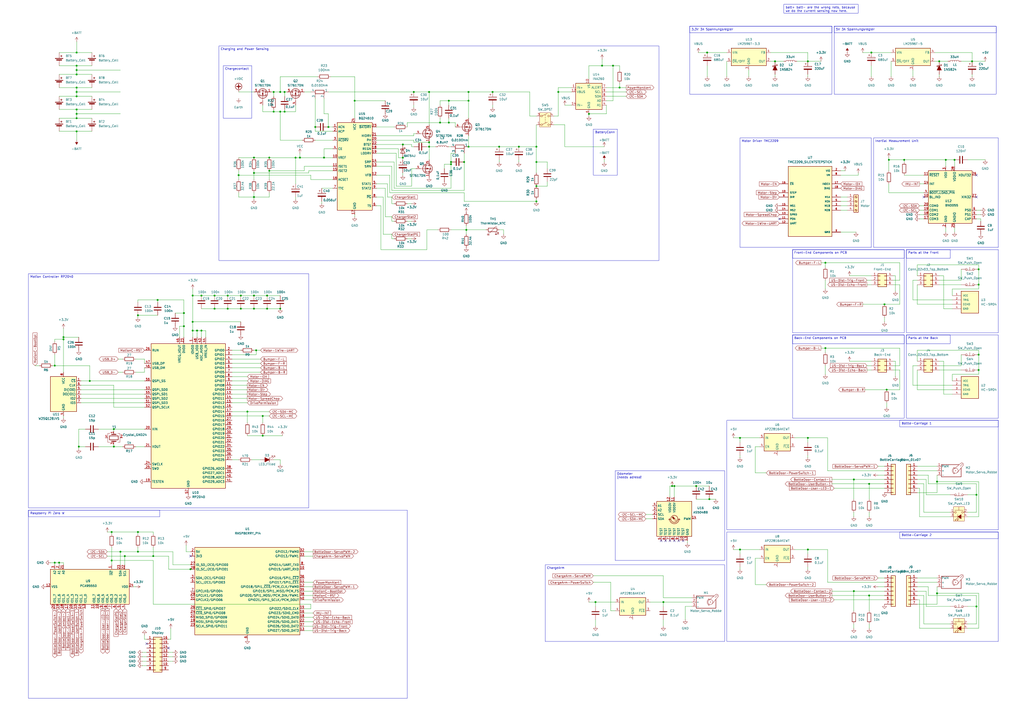
<source format=kicad_sch>
(kicad_sch
	(version 20231120)
	(generator "eeschema")
	(generator_version "8.0")
	(uuid "10e9ed1f-81fe-4a04-a219-cef72219a4ee")
	(paper "A2")
	
	(junction
		(at 429.26 318.77)
		(diameter 0)
		(color 0 0 0 0)
		(uuid "03268f60-248c-430f-9a48-def6cb6c976e")
	)
	(junction
		(at 148.59 203.2)
		(diameter 0)
		(color 0 0 0 0)
		(uuid "04234bed-4ba9-40ef-ac16-7d8ec800186b")
	)
	(junction
		(at 410.21 30.48)
		(diameter 0)
		(color 0 0 0 0)
		(uuid "06870aa4-4c9b-477d-9f05-4ca4de8f6a4d")
	)
	(junction
		(at 147.32 91.44)
		(diameter 0)
		(color 0 0 0 0)
		(uuid "078e93f4-ef9b-4a26-8fc8-7cb6440c9d83")
	)
	(junction
		(at 44.45 50.8)
		(diameter 0)
		(color 0 0 0 0)
		(uuid "083aae67-81c3-4ec2-bf4a-336ec22f72e9")
	)
	(junction
		(at 567.69 156.21)
		(diameter 0)
		(color 0 0 0 0)
		(uuid "0a9bdb1e-9b3a-41f4-835f-eeec191ae320")
	)
	(junction
		(at 205.74 58.42)
		(diameter 0)
		(color 0 0 0 0)
		(uuid "0fa84823-55a1-466b-9cc3-bd54f6acb385")
	)
	(junction
		(at 514.35 226.06)
		(diameter 0)
		(color 0 0 0 0)
		(uuid "1164d9f6-d69f-4765-bfe4-5ec41bb5ffc7")
	)
	(junction
		(at 270.51 133.35)
		(diameter 0)
		(color 0 0 0 0)
		(uuid "1591bc0a-595e-4743-a95b-031ef01c08e6")
	)
	(junction
		(at 248.92 53.34)
		(diameter 0)
		(color 0 0 0 0)
		(uuid "1679ec30-b595-4bc8-847c-00c67a55e84a")
	)
	(junction
		(at 411.48 289.56)
		(diameter 0)
		(color 0 0 0 0)
		(uuid "1b8fa2c7-fa8e-4998-809b-20561d475fbb")
	)
	(junction
		(at 389.89 281.94)
		(diameter 0)
		(color 0 0 0 0)
		(uuid "1d2d508c-e08b-4225-b0ac-1b0f49c14c3f")
	)
	(junction
		(at 36.83 195.58)
		(diameter 0)
		(color 0 0 0 0)
		(uuid "21be0d6d-08dd-4c6b-8dde-b3409b7daccd")
	)
	(junction
		(at 91.44 173.99)
		(diameter 0)
		(color 0 0 0 0)
		(uuid "22a4d2dd-f848-4193-8541-955420f6e17d")
	)
	(junction
		(at 44.45 68.58)
		(diameter 0)
		(color 0 0 0 0)
		(uuid "2421b6f1-9351-4b09-9d81-3293799c07ca")
	)
	(junction
		(at 543.56 279.4)
		(diameter 0)
		(color 0 0 0 0)
		(uuid "25fc08dd-dbcb-4986-8d99-a9d615e74609")
	)
	(junction
		(at 44.45 30.48)
		(diameter 0)
		(color 0 0 0 0)
		(uuid "265fbd34-c236-4afc-b472-ab5f7b1865f2")
	)
	(junction
		(at 64.77 325.12)
		(diameter 0)
		(color 0 0 0 0)
		(uuid "277e0764-7927-4216-849d-6bc3b8e09a44")
	)
	(junction
		(at 139.7 179.07)
		(diameter 0)
		(color 0 0 0 0)
		(uuid "29426718-41a1-4fab-a69c-de55200420f5")
	)
	(junction
		(at 44.45 43.18)
		(diameter 0)
		(color 0 0 0 0)
		(uuid "29b5096b-a417-4d8d-8959-38c8fd1009d5")
	)
	(junction
		(at 173.99 91.44)
		(diameter 0)
		(color 0 0 0 0)
		(uuid "2b369410-99bd-4582-9d81-3d76128a213a")
	)
	(junction
		(at 80.01 182.88)
		(diameter 0)
		(color 0 0 0 0)
		(uuid "2d0abeda-aac0-4388-a19d-3bc6f581aa05")
	)
	(junction
		(at 44.45 76.2)
		(diameter 0)
		(color 0 0 0 0)
		(uuid "2d1447b9-e1f8-416e-9e68-2f3a93be7887")
	)
	(junction
		(at 116.84 191.77)
		(diameter 0)
		(color 0 0 0 0)
		(uuid "2e7fad9a-09d7-4161-afc3-42855f89e07f")
	)
	(junction
		(at 187.96 91.44)
		(diameter 0)
		(color 0 0 0 0)
		(uuid "2fb5237e-5a20-44ce-8f36-963c438a2351")
	)
	(junction
		(at 147.32 179.07)
		(diameter 0)
		(color 0 0 0 0)
		(uuid "2fdf82e2-3891-4bd7-be3f-e7514a4bef5c")
	)
	(junction
		(at 311.15 85.09)
		(diameter 0)
		(color 0 0 0 0)
		(uuid "311f4d38-041f-4193-974d-1c83fbb67e88")
	)
	(junction
		(at 248.92 85.09)
		(diameter 0)
		(color 0 0 0 0)
		(uuid "35ac3a86-2b3b-4a03-adb1-0a5eb95a4bba")
	)
	(junction
		(at 124.46 179.07)
		(diameter 0)
		(color 0 0 0 0)
		(uuid "39a70374-4daf-4db7-bf38-bf4c46ca5dc6")
	)
	(junction
		(at 124.46 171.45)
		(diameter 0)
		(color 0 0 0 0)
		(uuid "3c018187-1d9c-4d03-8c02-29d04cab6f36")
	)
	(junction
		(at 88.9 322.58)
		(diameter 0)
		(color 0 0 0 0)
		(uuid "3ee83e4e-3370-4ed8-bcc6-114de62898d7")
	)
	(junction
		(at 349.25 38.1)
		(diameter 0)
		(color 0 0 0 0)
		(uuid "3eea0a00-3e9a-4c07-bf8c-cd1e7c4edf62")
	)
	(junction
		(at 147.32 100.33)
		(diameter 0)
		(color 0 0 0 0)
		(uuid "41cacee7-f5a4-4feb-90d3-5b89c79d1be2")
	)
	(junction
		(at 147.32 171.45)
		(diameter 0)
		(color 0 0 0 0)
		(uuid "451af065-1b1a-4969-88c6-18b12c3eaf4b")
	)
	(junction
		(at 513.08 176.53)
		(diameter 0)
		(color 0 0 0 0)
		(uuid "46e71d5b-0486-4156-82c5-6cd1b8ff00c5")
	)
	(junction
		(at 116.84 171.45)
		(diameter 0)
		(color 0 0 0 0)
		(uuid "470f61d3-5f15-44b3-9be8-d7ad98c6cb59")
	)
	(junction
		(at 355.6 38.1)
		(diameter 0)
		(color 0 0 0 0)
		(uuid "4a08adb7-ea48-4326-a6c2-0515fd040642")
	)
	(junction
		(at 311.15 107.95)
		(diameter 0)
		(color 0 0 0 0)
		(uuid "4c87b946-ba01-4b69-b1a9-9e7e6044b062")
	)
	(junction
		(at 31.75 212.09)
		(diameter 0)
		(color 0 0 0 0)
		(uuid "4f324c9b-e82a-4655-af45-70ad70b76b07")
	)
	(junction
		(at 165.1 64.77)
		(diameter 0)
		(color 0 0 0 0)
		(uuid "4f5c7b81-43d6-4512-a1ff-f2767706b81b")
	)
	(junction
		(at 80.01 308.61)
		(diameter 0)
		(color 0 0 0 0)
		(uuid "4fafc432-26d7-4c70-844e-cbe5d393e13c")
	)
	(junction
		(at 260.35 71.12)
		(diameter 0)
		(color 0 0 0 0)
		(uuid "51a07f6d-fef6-4ded-b7b5-940b5c2502f1")
	)
	(junction
		(at 563.88 35.56)
		(diameter 0)
		(color 0 0 0 0)
		(uuid "55e24700-a976-46b6-9a5e-322947c19269")
	)
	(junction
		(at 261.62 95.25)
		(diameter 0)
		(color 0 0 0 0)
		(uuid "5648a747-6913-4918-8ca5-acc9f5883311")
	)
	(junction
		(at 504.19 345.44)
		(diameter 0)
		(color 0 0 0 0)
		(uuid "57161dd7-66d7-4a82-9a79-eaa5c269842f")
	)
	(junction
		(at 248.92 82.55)
		(diameter 0)
		(color 0 0 0 0)
		(uuid "594a1fa7-7f41-4e93-aa45-4e1c30e0c436")
	)
	(junction
		(at 567.69 214.63)
		(diameter 0)
		(color 0 0 0 0)
		(uuid "594cf67e-7a44-4414-8f11-a3da63be89bc")
	)
	(junction
		(at 255.27 71.12)
		(diameter 0)
		(color 0 0 0 0)
		(uuid "5cb3f681-a5b8-4722-b634-c4ebdba652ce")
	)
	(junction
		(at 548.64 92.71)
		(diameter 0)
		(color 0 0 0 0)
		(uuid "5eef07a4-476c-4d20-ab85-4e2f6966be7d")
	)
	(junction
		(at 52.07 220.98)
		(diameter 0)
		(color 0 0 0 0)
		(uuid "61fd68eb-8bbb-4d83-9798-6e54ba31de17")
	)
	(junction
		(at 567.69 205.74)
		(diameter 0)
		(color 0 0 0 0)
		(uuid "6a3dc16e-cbd1-4799-aa60-2efd10351d35")
	)
	(junction
		(at 261.62 93.98)
		(diameter 0)
		(color 0 0 0 0)
		(uuid "6bda25a7-d433-4177-8a8c-e3ecc441d877")
	)
	(junction
		(at 111.76 191.77)
		(diameter 0)
		(color 0 0 0 0)
		(uuid "6d65149c-99e1-48b1-afd4-3fc0a4e61402")
	)
	(junction
		(at 311.15 93.98)
		(diameter 0)
		(color 0 0 0 0)
		(uuid "6ef56cb4-6ee0-4075-bb1b-a819c1239ddb")
	)
	(junction
		(at 44.45 66.04)
		(diameter 0)
		(color 0 0 0 0)
		(uuid "6f780dc5-431b-4107-8aa6-7a7b80f485db")
	)
	(junction
		(at 80.01 320.04)
		(diameter 0)
		(color 0 0 0 0)
		(uuid "7008afad-ebe6-4b0c-994b-1ffb34cb38c0")
	)
	(junction
		(at 495.3 278.13)
		(diameter 0)
		(color 0 0 0 0)
		(uuid "75888cbd-2c9c-44cc-a124-d721d5a43a54")
	)
	(junction
		(at 66.04 259.08)
		(diameter 0)
		(color 0 0 0 0)
		(uuid "75b73604-a04b-4e5e-8f2b-d7112a354c76")
	)
	(junction
		(at 152.4 252.73)
		(diameter 0)
		(color 0 0 0 0)
		(uuid "75ef01e9-385c-4ea7-9683-cb33dac2e24c")
	)
	(junction
		(at 156.21 99.06)
		(diameter 0)
		(color 0 0 0 0)
		(uuid "7a6f0ed7-48cc-489f-9f10-fea7b8900c2e")
	)
	(junction
		(at 44.45 40.64)
		(diameter 0)
		(color 0 0 0 0)
		(uuid "7b5e014f-6d02-49ab-956c-429ce09c3d2b")
	)
	(junction
		(at 566.42 351.79)
		(diameter 0)
		(color 0 0 0 0)
		(uuid "7cb410a2-cd21-4a99-a0fc-9cfba2c05cfa")
	)
	(junction
		(at 154.94 171.45)
		(diameter 0)
		(color 0 0 0 0)
		(uuid "7dc31fcc-7a3f-43f9-9177-cd22c32ac711")
	)
	(junction
		(at 543.56 344.17)
		(diameter 0)
		(color 0 0 0 0)
		(uuid "80f79bba-cc7f-4b8e-9517-8f247a51f6a4")
	)
	(junction
		(at 311.15 116.84)
		(diameter 0)
		(color 0 0 0 0)
		(uuid "821cd109-e758-4a14-9a36-4eccd116b2e8")
	)
	(junction
		(at 158.75 64.77)
		(diameter 0)
		(color 0 0 0 0)
		(uuid "82b92c49-401a-4913-858f-7e3f2f46ddcf")
	)
	(junction
		(at 111.76 186.69)
		(diameter 0)
		(color 0 0 0 0)
		(uuid "84d0a7d8-7dd4-4f12-bcc9-40014992f2ac")
	)
	(junction
		(at 504.19 280.67)
		(diameter 0)
		(color 0 0 0 0)
		(uuid "8521d5a2-40ba-4a5d-a5c4-2e6ef9471c28")
	)
	(junction
		(at 240.03 53.34)
		(diameter 0)
		(color 0 0 0 0)
		(uuid "85aefa31-e41f-4715-9986-793490d285ff")
	)
	(junction
		(at 44.45 53.34)
		(diameter 0)
		(color 0 0 0 0)
		(uuid "87f4a9f5-047d-4055-84ef-ce082379ddb6")
	)
	(junction
		(at 162.56 64.77)
		(diameter 0)
		(color 0 0 0 0)
		(uuid "882212e7-c879-43a9-94f4-d1d58d5f9db1")
	)
	(junction
		(at 478.79 201.93)
		(diameter 0)
		(color 0 0 0 0)
		(uuid "88a18d9a-46e4-498d-9d39-2906a2038335")
	)
	(junction
		(at 271.78 85.09)
		(diameter 0)
		(color 0 0 0 0)
		(uuid "8a7f6c4c-38fa-47ce-ae35-629d17876516")
	)
	(junction
		(at 111.76 171.45)
		(diameter 0)
		(color 0 0 0 0)
		(uuid "8c8781ed-ac6a-4428-9845-847cdc5f6708")
	)
	(junction
		(at 271.78 53.34)
		(diameter 0)
		(color 0 0 0 0)
		(uuid "8e4272b3-cc34-461e-ac6a-bc00f9b86312")
	)
	(junction
		(at 271.78 58.42)
		(diameter 0)
		(color 0 0 0 0)
		(uuid "8f6c5fa1-1431-4ada-bf5f-e2d89623533d")
	)
	(junction
		(at 132.08 179.07)
		(diameter 0)
		(color 0 0 0 0)
		(uuid "90d555f8-82ed-4e5b-9fde-9f2563ca9a84")
	)
	(junction
		(at 345.44 349.25)
		(diameter 0)
		(color 0 0 0 0)
		(uuid "9339e47f-85f5-408a-b36c-b27fd8430462")
	)
	(junction
		(at 190.5 73.66)
		(diameter 0)
		(color 0 0 0 0)
		(uuid "93f07516-6868-4305-aacb-0ba200e0c11d")
	)
	(junction
		(at 162.56 179.07)
		(diameter 0)
		(color 0 0 0 0)
		(uuid "9471eeb1-2a59-42c9-9805-be6e33dda6f7")
	)
	(junction
		(at 495.3 342.9)
		(diameter 0)
		(color 0 0 0 0)
		(uuid "95c38d03-b4bc-4d18-b7ec-e184e5f2b0d1")
	)
	(junction
		(at 158.75 53.34)
		(diameter 0)
		(color 0 0 0 0)
		(uuid "96aa31a1-4e10-459b-997d-dbaa4ad37b35")
	)
	(junction
		(at 515.62 92.71)
		(diameter 0)
		(color 0 0 0 0)
		(uuid "99315baa-d1fc-4dc4-bcfc-637bd899f1ef")
	)
	(junction
		(at 544.83 35.56)
		(diameter 0)
		(color 0 0 0 0)
		(uuid "99af6a2b-938f-4a05-a868-2edc7d4b2aed")
	)
	(junction
		(at 72.39 322.58)
		(diameter 0)
		(color 0 0 0 0)
		(uuid "9a382fe7-2567-41bd-b706-8a429acfe147")
	)
	(junction
		(at 154.94 179.07)
		(diameter 0)
		(color 0 0 0 0)
		(uuid "9c8a7697-ebc2-4d23-9b1c-948f5bccfdc2")
	)
	(junction
		(at 391.16 281.94)
		(diameter 0)
		(color 0 0 0 0)
		(uuid "9f75e55c-6b64-43ca-a3d6-8f8cc0d4d803")
	)
	(junction
		(at 44.45 55.88)
		(diameter 0)
		(color 0 0 0 0)
		(uuid "a042a7b2-81e2-4dbc-9fc4-79a7c6613bb5")
	)
	(junction
		(at 106.68 189.23)
		(diameter 0)
		(color 0 0 0 0)
		(uuid "a0da04da-7b55-4416-b220-aaaa0dffdfe3")
	)
	(junction
		(at 143.51 238.76)
		(diameter 0)
		(color 0 0 0 0)
		(uuid "a174328b-591f-4f4e-acd9-d1960c5a1d5e")
	)
	(junction
		(at 45.72 259.08)
		(diameter 0)
		(color 0 0 0 0)
		(uuid "a3540f26-1336-4e81-a8eb-434080559b46")
	)
	(junction
		(at 110.49 330.2)
		(diameter 0)
		(color 0 0 0 0)
		(uuid "a8b3ec47-a9a9-4ba1-b749-6c31898f83b9")
	)
	(junction
		(at 114.3 191.77)
		(diameter 0)
		(color 0 0 0 0)
		(uuid "a9ae8d97-5143-4d48-8437-3701e9202cc1")
	)
	(junction
		(at 171.45 91.44)
		(diameter 0)
		(color 0 0 0 0)
		(uuid "b5f21407-4b80-434f-ba8b-2953c30b04b1")
	)
	(junction
		(at 566.42 287.02)
		(diameter 0)
		(color 0 0 0 0)
		(uuid "b783d9c8-d090-495a-83a1-e580f2c25178")
	)
	(junction
		(at 468.63 318.77)
		(diameter 0)
		(color 0 0 0 0)
		(uuid "bbc22500-7889-4288-be0d-cfd80288ac5c")
	)
	(junction
		(at 384.81 349.25)
		(diameter 0)
		(color 0 0 0 0)
		(uuid "bc4e959e-e2ad-4122-b784-10f1fe12ed65")
	)
	(junction
		(at 147.32 114.3)
		(diameter 0)
		(color 0 0 0 0)
		(uuid "c0be65a4-b948-4986-9442-3575c41d013b")
	)
	(junction
		(at 64.77 308.61)
		(diameter 0)
		(color 0 0 0 0)
		(uuid "c5a02223-bddc-4462-98b4-b63f3acdf809")
	)
	(junction
		(at 449.58 35.56)
		(diameter 0)
		(color 0 0 0 0)
		(uuid "c799042d-ae88-43cc-a271-0df941a8f484")
	)
	(junction
		(at 269.24 93.98)
		(diameter 0)
		(color 0 0 0 0)
		(uuid "c7d05e29-29a0-49a9-a586-8d5da62223fe")
	)
	(junction
		(at 553.72 92.71)
		(diameter 0)
		(color 0 0 0 0)
		(uuid "c85e723b-7570-4cf5-84ad-b61532129048")
	)
	(junction
		(at 289.56 85.09)
		(diameter 0)
		(color 0 0 0 0)
		(uuid "c98230bc-9741-4d2b-b0c6-8db53ea0f657")
	)
	(junction
		(at 69.85 320.04)
		(diameter 0)
		(color 0 0 0 0)
		(uuid "c9829d1e-e068-4d7b-979c-0567ec83b092")
	)
	(junction
		(at 156.21 91.44)
		(diameter 0)
		(color 0 0 0 0)
		(uuid "c9b95984-e325-4229-95f0-72e6effc4e99")
	)
	(junction
		(at 300.99 85.09)
		(diameter 0)
		(color 0 0 0 0)
		(uuid "cb05a25a-166f-42f3-90e5-a4460cb0206d")
	)
	(junction
		(at 66.04 248.92)
		(diameter 0)
		(color 0 0 0 0)
		(uuid "cde65cd6-c066-46d8-a2f4-f11966f8d9bc")
	)
	(junction
		(at 233.68 83.82)
		(diameter 0)
		(color 0 0 0 0)
		(uuid "ce7a012a-b7ac-4733-9453-7513c5eadd71")
	)
	(junction
		(at 36.83 196.85)
		(diameter 0)
		(color 0 0 0 0)
		(uuid "cf515f11-e932-4ebb-a615-a2f4c79f2c55")
	)
	(junction
		(at 341.63 66.04)
		(diameter 0)
		(color 0 0 0 0)
		(uuid "d11ba81a-bdac-481a-9bd9-cd8d713f0ecf")
	)
	(junction
		(at 44.45 38.1)
		(diameter 0)
		(color 0 0 0 0)
		(uuid "d460fc4e-116b-461c-9aad-963e945b1fdb")
	)
	(junction
		(at 182.88 73.66)
		(diameter 0)
		(color 0 0 0 0)
		(uuid "d7218f09-481c-4dfb-8660-d32c7d548973")
	)
	(junction
		(at 31.75 326.39)
		(diameter 0)
		(color 0 0 0 0)
		(uuid "d7cc7e0e-4b77-4814-a0d4-6785824da040")
	)
	(junction
		(at 403.86 281.94)
		(diameter 0)
		(color 0 0 0 0)
		(uuid "db7b671f-52e1-4b28-8b64-2de38bc73d4f")
	)
	(junction
		(at 152.4 241.3)
		(diameter 0)
		(color 0 0 0 0)
		(uuid "dc242737-9d3c-4090-9829-a23ee9040928")
	)
	(junction
		(at 478.79 152.4)
		(diameter 0)
		(color 0 0 0 0)
		(uuid "dc30a080-afb7-48a1-9348-3fa78b8193e0")
	)
	(junction
		(at 139.7 171.45)
		(diameter 0)
		(color 0 0 0 0)
		(uuid "e1775e11-9fe6-4463-8146-18d8ced08735")
	)
	(junction
		(at 106.68 181.61)
		(diameter 0)
		(color 0 0 0 0)
		(uuid "e18add9c-c3d0-41a9-8ecf-c6c33a8a8953")
	)
	(junction
		(at 162.56 53.34)
		(diameter 0)
		(color 0 0 0 0)
		(uuid "e638f2a4-5e9e-4671-badd-88fbc55318f6")
	)
	(junction
		(at 429.26 254)
		(diameter 0)
		(color 0 0 0 0)
		(uuid "e643f0fc-a1a1-4012-a5b0-69948705cd8f")
	)
	(junction
		(at 165.1 53.34)
		(diameter 0)
		(color 0 0 0 0)
		(uuid "e996c373-c3aa-4ac5-9496-1773721cfd1c")
	)
	(junction
		(at 132.08 171.45)
		(diameter 0)
		(color 0 0 0 0)
		(uuid "ebd25529-48dc-4d3c-995a-0a53a2b21d6f")
	)
	(junction
		(at 285.75 53.34)
		(diameter 0)
		(color 0 0 0 0)
		(uuid "ed079d0b-fea7-481b-852a-0b16d86be289")
	)
	(junction
		(at 359.41 50.8)
		(diameter 0)
		(color 0 0 0 0)
		(uuid "ee21e3f5-e352-4a84-93cf-62e554bde62b")
	)
	(junction
		(at 260.35 58.42)
		(diameter 0)
		(color 0 0 0 0)
		(uuid "ee485631-1076-491b-ae9c-d926dec44c36")
	)
	(junction
		(at 323.85 53.34)
		(diameter 0)
		(color 0 0 0 0)
		(uuid "eec98f71-cafb-4731-a4ef-ebdea913f8f8")
	)
	(junction
		(at 468.63 254)
		(diameter 0)
		(color 0 0 0 0)
		(uuid "efd94e32-e0ba-4970-b1bf-8fd3aa6a1536")
	)
	(junction
		(at 524.51 92.71)
		(diameter 0)
		(color 0 0 0 0)
		(uuid "f1ea72bd-ddab-4c9c-bc3e-94b9ac135f23")
	)
	(junction
		(at 34.29 326.39)
		(diameter 0)
		(color 0 0 0 0)
		(uuid "f2ce2bf7-3045-45bb-b7fc-f2ad386e880f")
	)
	(junction
		(at 138.43 101.6)
		(diameter 0)
		(color 0 0 0 0)
		(uuid "f7c9a31e-a985-4a15-ba63-951e53625b76")
	)
	(junction
		(at 233.68 91.44)
		(diameter 0)
		(color 0 0 0 0)
		(uuid "f7fb99b1-7b2a-472f-90af-0ba450949010")
	)
	(junction
		(at 567.69 165.1)
		(diameter 0)
		(color 0 0 0 0)
		(uuid "f809335f-7b79-4149-8b15-3c5482826fa5")
	)
	(junction
		(at 505.46 30.48)
		(diameter 0)
		(color 0 0 0 0)
		(uuid "f91e5096-4f67-48ae-a66f-f4215968b35a")
	)
	(junction
		(at 44.45 63.5)
		(diameter 0)
		(color 0 0 0 0)
		(uuid "fe282bc1-f285-4dcb-aaf1-eb1ddb5ceb2f")
	)
	(junction
		(at 468.63 35.56)
		(diameter 0)
		(color 0 0 0 0)
		(uuid "fedb9ee5-9f24-4d12-a2db-5fd24ffa6199")
	)
	(no_connect
		(at 452.12 127)
		(uuid "0260e9ab-8e3e-4bc2-9dbe-5591cc0b01ef")
	)
	(no_connect
		(at 393.7 313.69)
		(uuid "0aa3e324-e029-4e75-a35d-32bbcc9a147b")
	)
	(no_connect
		(at 535.94 114.3)
		(uuid "0dbbdef1-cd64-4ae0-a69d-69f0c468be48")
	)
	(no_connect
		(at 566.42 101.6)
		(uuid "384be073-ba93-4b1b-904d-552e784c8b00")
	)
	(no_connect
		(at 110.49 322.58)
		(uuid "47a92e0d-52a0-4f2c-8d09-ee9bd39c40b1")
	)
	(no_connect
		(at 97.79 375.92)
		(uuid "4b40c3af-bf17-4bab-9bb5-2510a50a4ec9")
	)
	(no_connect
		(at 396.24 313.69)
		(uuid "5a46784a-dd16-4e27-8b4d-1d363770a20f")
	)
	(no_connect
		(at 391.16 313.69)
		(uuid "76f314ef-0d7b-44b6-aab5-f5f230adbd7e")
	)
	(no_connect
		(at 85.09 373.38)
		(uuid "7bd2e65b-56d9-420c-a018-2a5d5a02554e")
	)
	(no_connect
		(at 386.08 313.69)
		(uuid "a9eb4a0c-15fe-49cf-b559-eed295bbc624")
	)
	(no_connect
		(at 388.62 313.69)
		(uuid "c3df7663-15a5-4e50-b4fd-21a303b85af3")
	)
	(no_connect
		(at 383.54 313.69)
		(uuid "c7b5a869-6317-49bc-8d06-4f3c522bd3e5")
	)
	(no_connect
		(at 566.42 114.3)
		(uuid "dbf644f0-5284-44a5-8de9-ca76d961beec")
	)
	(wire
		(pts
			(xy 66.04 259.08) (xy 66.04 257.81)
		)
		(stroke
			(width 0)
			(type default)
		)
		(uuid "001dffd7-7641-4fd9-a9d3-c65c327bb6e0")
	)
	(wire
		(pts
			(xy 567.69 203.2) (xy 532.13 203.2)
		)
		(stroke
			(width 0)
			(type default)
		)
		(uuid "010455f5-cb6a-4251-87f5-60e736b25ecb")
	)
	(wire
		(pts
			(xy 248.92 85.09) (xy 252.73 85.09)
		)
		(stroke
			(width 0)
			(type default)
		)
		(uuid "01544584-5bf4-4092-b24e-068aaa0fc62f")
	)
	(wire
		(pts
			(xy 62.23 320.04) (xy 69.85 320.04)
		)
		(stroke
			(width 0)
			(type default)
		)
		(uuid "020e7bd2-975d-483f-8535-d66b8332c03a")
	)
	(wire
		(pts
			(xy 181.61 322.58) (xy 176.53 322.58)
		)
		(stroke
			(width 0)
			(type default)
		)
		(uuid "021dd310-9842-412f-b9a6-439ebfee9b07")
	)
	(wire
		(pts
			(xy 521.97 214.63) (xy 518.16 214.63)
		)
		(stroke
			(width 0)
			(type default)
		)
		(uuid "02694717-9285-40e8-852d-4a4b6d6acde5")
	)
	(wire
		(pts
			(xy 500.38 176.53) (xy 513.08 176.53)
		)
		(stroke
			(width 0)
			(type default)
		)
		(uuid "026df141-edee-4563-b366-9389b7745b89")
	)
	(wire
		(pts
			(xy 491.49 116.84) (xy 487.68 116.84)
		)
		(stroke
			(width 0)
			(type default)
		)
		(uuid "02b7188a-3b50-4bb1-b815-4dd64aeb1ff5")
	)
	(wire
		(pts
			(xy 504.19 354.33) (xy 504.19 345.44)
		)
		(stroke
			(width 0)
			(type default)
		)
		(uuid "02db2914-8822-456d-9c6f-fd12122a370b")
	)
	(wire
		(pts
			(xy 91.44 173.99) (xy 106.68 173.99)
		)
		(stroke
			(width 0)
			(type default)
		)
		(uuid "030cf6e0-7220-478f-8ce6-506488ec880c")
	)
	(wire
		(pts
			(xy 176.53 99.06) (xy 176.53 96.52)
		)
		(stroke
			(width 0)
			(type default)
		)
		(uuid "03467e4e-cdde-4172-a246-476cc9bb7d30")
	)
	(wire
		(pts
			(xy 478.79 201.93) (xy 521.97 201.93)
		)
		(stroke
			(width 0)
			(type default)
		)
		(uuid "044831d4-03cf-4a62-8912-d2bdba5522ce")
	)
	(wire
		(pts
			(xy 497.84 101.6) (xy 497.84 100.33)
		)
		(stroke
			(width 0)
			(type default)
		)
		(uuid "0485acd8-4b46-4c42-b37e-992dbf2afcab")
	)
	(wire
		(pts
			(xy 516.89 44.45) (xy 516.89 35.56)
		)
		(stroke
			(width 0)
			(type default)
		)
		(uuid "048bb947-f301-4b5c-ad0f-8ed3c611c4ac")
	)
	(wire
		(pts
			(xy 444.5 339.09) (xy 438.15 339.09)
		)
		(stroke
			(width 0)
			(type default)
		)
		(uuid "06a93dd4-98a6-4286-abe5-50bc9d21607c")
	)
	(wire
		(pts
			(xy 254 133.35) (xy 247.65 133.35)
		)
		(stroke
			(width 0)
			(type default)
		)
		(uuid "070ff180-f11b-4d52-a350-0ecc88fdfe16")
	)
	(wire
		(pts
			(xy 44.45 40.64) (xy 69.85 40.64)
		)
		(stroke
			(width 0)
			(type default)
		)
		(uuid "07f65511-514b-40e6-bece-50eb6771ef28")
	)
	(wire
		(pts
			(xy 359.41 50.8) (xy 359.41 48.26)
		)
		(stroke
			(width 0)
			(type default)
		)
		(uuid "080911a9-7fd1-4a2f-a512-6ec6992ba3a0")
	)
	(wire
		(pts
			(xy 165.1 63.5) (xy 165.1 64.77)
		)
		(stroke
			(width 0)
			(type default)
		)
		(uuid "09588aa3-eb9b-4c1f-b792-cf7633bb7e08")
	)
	(wire
		(pts
			(xy 461.01 254) (xy 468.63 254)
		)
		(stroke
			(width 0)
			(type default)
		)
		(uuid "096359c0-aaa2-4c39-b067-d620e5f29e71")
	)
	(wire
		(pts
			(xy 521.97 212.09) (xy 521.97 201.93)
		)
		(stroke
			(width 0)
			(type default)
		)
		(uuid "09d34397-eb92-416e-b25c-6435a5e714c2")
	)
	(wire
		(pts
			(xy 425.45 318.77) (xy 429.26 318.77)
		)
		(stroke
			(width 0)
			(type default)
		)
		(uuid "0a2741bb-38e7-42f8-87f7-37dc083a517d")
	)
	(wire
		(pts
			(xy 236.22 71.12) (xy 236.22 73.66)
		)
		(stroke
			(width 0)
			(type default)
		)
		(uuid "0a83c247-4247-4066-b02b-982702003f58")
	)
	(wire
		(pts
			(xy 83.82 210.82) (xy 83.82 208.28)
		)
		(stroke
			(width 0)
			(type default)
		)
		(uuid "0a917147-c546-4876-b199-c676c29635da")
	)
	(wire
		(pts
			(xy 34.29 38.1) (xy 44.45 38.1)
		)
		(stroke
			(width 0)
			(type default)
		)
		(uuid "0b012abe-f767-49a7-8fcc-20a3eb6879c1")
	)
	(wire
		(pts
			(xy 181.61 360.68) (xy 176.53 360.68)
		)
		(stroke
			(width 0)
			(type default)
		)
		(uuid "0b670b74-17e1-43dd-84c8-9d896db2cf58")
	)
	(wire
		(pts
			(xy 351.79 50.8) (xy 359.41 50.8)
		)
		(stroke
			(width 0)
			(type default)
		)
		(uuid "0bc13916-c24a-431d-baf9-0ad5a6451379")
	)
	(wire
		(pts
			(xy 403.86 289.56) (xy 411.48 289.56)
		)
		(stroke
			(width 0)
			(type default)
		)
		(uuid "0bc8a817-3756-45f1-8130-226603d5d372")
	)
	(wire
		(pts
			(xy 505.46 30.48) (xy 516.89 30.48)
		)
		(stroke
			(width 0)
			(type default)
		)
		(uuid "0dd628e2-00d3-475a-ab2a-f7ac9b948572")
	)
	(wire
		(pts
			(xy 344.17 334.01) (xy 384.81 334.01)
		)
		(stroke
			(width 0)
			(type default)
		)
		(uuid "0e2e6951-3e60-42a4-9010-cfcce3f450c4")
	)
	(wire
		(pts
			(xy 97.79 322.58) (xy 88.9 322.58)
		)
		(stroke
			(width 0)
			(type default)
		)
		(uuid "0e2fbfc3-909a-4840-9d89-6afc89135d3c")
	)
	(wire
		(pts
			(xy 228.6 138.43) (xy 227.33 138.43)
		)
		(stroke
			(width 0)
			(type default)
		)
		(uuid "0e4fed32-8289-4051-93ad-d6b241e1d4fe")
	)
	(wire
		(pts
			(xy 31.75 205.74) (xy 31.75 212.09)
		)
		(stroke
			(width 0)
			(type default)
		)
		(uuid "0e84f5c2-5f4d-4bf8-ac84-6c28d4b75e80")
	)
	(wire
		(pts
			(xy 181.61 355.6) (xy 176.53 355.6)
		)
		(stroke
			(width 0)
			(type default)
		)
		(uuid "0ee9c5eb-07fd-45e3-963b-484720518883")
	)
	(wire
		(pts
			(xy 350.52 92.71) (xy 350.52 93.98)
		)
		(stroke
			(width 0)
			(type default)
		)
		(uuid "10e5f834-41b4-4d6c-a0f7-e0596df10ea4")
	)
	(wire
		(pts
			(xy 143.51 238.76) (xy 143.51 245.11)
		)
		(stroke
			(width 0)
			(type default)
		)
		(uuid "114fa1a3-5e47-479e-bf36-13b465d4d908")
	)
	(wire
		(pts
			(xy 52.07 220.98) (xy 52.07 212.09)
		)
		(stroke
			(width 0)
			(type default)
		)
		(uuid "1278374b-5fac-434d-a243-955f67300eab")
	)
	(wire
		(pts
			(xy 139.7 179.07) (xy 147.32 179.07)
		)
		(stroke
			(width 0)
			(type default)
		)
		(uuid "12a3e1dd-e2b9-4d22-b071-81a300699359")
	)
	(wire
		(pts
			(xy 532.13 226.06) (xy 532.13 214.63)
		)
		(stroke
			(width 0)
			(type default)
		)
		(uuid "136c564c-6bf3-4b87-bec2-71382b8d55a8")
	)
	(wire
		(pts
			(xy 231.14 86.36) (xy 231.14 91.44)
		)
		(stroke
			(width 0)
			(type default)
		)
		(uuid "13c684a7-4e6c-4994-95a0-14ec1a1a97eb")
	)
	(wire
		(pts
			(xy 88.9 308.61) (xy 80.01 308.61)
		)
		(stroke
			(width 0)
			(type default)
		)
		(uuid "13de33af-e8cb-4e17-a1ac-71c416ff67da")
	)
	(wire
		(pts
			(xy 289.56 92.71) (xy 289.56 93.98)
		)
		(stroke
			(width 0)
			(type default)
		)
		(uuid "13e8f36d-2c99-4abf-8b15-aa8704da2008")
	)
	(wire
		(pts
			(xy 495.3 297.18) (xy 495.3 299.72)
		)
		(stroke
			(width 0)
			(type default)
		)
		(uuid "143962ce-3b7d-48a4-aee9-8425cd2cb9f8")
	)
	(wire
		(pts
			(xy 535.94 361.95) (xy 535.94 345.44)
		)
		(stroke
			(width 0)
			(type default)
		)
		(uuid "144f0f2c-aea5-4be1-8f5e-460e47de3a21")
	)
	(wire
		(pts
			(xy 270.51 133.35) (xy 270.51 135.89)
		)
		(stroke
			(width 0)
			(type default)
		)
		(uuid "148b8dbb-fa6f-426b-adc1-d3d16df41198")
	)
	(wire
		(pts
			(xy 391.16 281.94) (xy 403.86 281.94)
		)
		(stroke
			(width 0)
			(type default)
		)
		(uuid "1560de88-2cc2-477d-b41b-88779be8e4ea")
	)
	(wire
		(pts
			(xy 388.62 288.29) (xy 388.62 281.94)
		)
		(stroke
			(width 0)
			(type default)
		)
		(uuid "16f63e54-bd83-4e56-8e65-20f651db2f79")
	)
	(wire
		(pts
			(xy 544.83 35.56) (xy 549.91 35.56)
		)
		(stroke
			(width 0)
			(type default)
		)
		(uuid "1735015e-f7e7-44da-b3c6-2d9b033abd3c")
	)
	(wire
		(pts
			(xy 187.96 66.04) (xy 190.5 66.04)
		)
		(stroke
			(width 0)
			(type default)
		)
		(uuid "1742bfe5-6028-4bcd-b7e3-88d92c3633f6")
	)
	(wire
		(pts
			(xy 447.04 30.48) (xy 468.63 30.48)
		)
		(stroke
			(width 0)
			(type default)
		)
		(uuid "17658310-9343-49c8-82d9-e8973a75c3eb")
	)
	(wire
		(pts
			(xy 34.29 76.2) (xy 44.45 76.2)
		)
		(stroke
			(width 0)
			(type default)
		)
		(uuid "176a1f4f-2a49-4fc2-927a-b452fec68ed3")
	)
	(wire
		(pts
			(xy 132.08 171.45) (xy 139.7 171.45)
		)
		(stroke
			(width 0)
			(type default)
		)
		(uuid "18a6f06a-ffd5-4fcd-95c8-b39de83935dc")
	)
	(wire
		(pts
			(xy 124.46 171.45) (xy 132.08 171.45)
		)
		(stroke
			(width 0)
			(type default)
		)
		(uuid "18b0e9ff-f2f7-41f3-b66a-e835cbe3d0de")
	)
	(wire
		(pts
			(xy 111.76 186.69) (xy 139.7 186.69)
		)
		(stroke
			(width 0)
			(type default)
		)
		(uuid "18f8cbb2-3c78-4973-af0b-9d6fd21ddf95")
	)
	(wire
		(pts
			(xy 535.94 297.18) (xy 535.94 280.67)
		)
		(stroke
			(width 0)
			(type default)
		)
		(uuid "197965a3-8932-4b7b-be74-d0603e72858b")
	)
	(wire
		(pts
			(xy 187.96 86.36) (xy 187.96 91.44)
		)
		(stroke
			(width 0)
			(type default)
		)
		(uuid "198dedac-8898-4799-9cfb-cd8d65ce15bc")
	)
	(wire
		(pts
			(xy 134.62 205.74) (xy 148.59 205.74)
		)
		(stroke
			(width 0)
			(type default)
		)
		(uuid "1b034ed9-c621-407e-b3f3-9868c73fcc82")
	)
	(wire
		(pts
			(xy 138.43 114.3) (xy 147.32 114.3)
		)
		(stroke
			(width 0)
			(type default)
		)
		(uuid "1b0731a4-5bd1-4c78-a601-ce713852004f")
	)
	(wire
		(pts
			(xy 29.21 326.39) (xy 31.75 326.39)
		)
		(stroke
			(width 0)
			(type default)
		)
		(uuid "1ba89f39-dcf0-4108-94b6-9a8c06c8caea")
	)
	(wire
		(pts
			(xy 495.3 278.13) (xy 513.08 278.13)
		)
		(stroke
			(width 0)
			(type default)
		)
		(uuid "1bb0dd37-b212-4926-a54c-e6f9708d92b0")
	)
	(wire
		(pts
			(xy 143.51 223.52) (xy 134.62 223.52)
		)
		(stroke
			(width 0)
			(type default)
		)
		(uuid "1bf274a5-5ce3-4796-8f63-d17b5156df58")
	)
	(wire
		(pts
			(xy 119.38 191.77) (xy 116.84 191.77)
		)
		(stroke
			(width 0)
			(type default)
		)
		(uuid "1c18c401-f88a-4854-9232-572c3c84e9d6")
	)
	(wire
		(pts
			(xy 543.56 344.17) (xy 567.69 344.17)
		)
		(stroke
			(width 0)
			(type default)
		)
		(uuid "1c43f6e0-cf4a-4d01-991f-ec3fd4ccb8b1")
	)
	(wire
		(pts
			(xy 518.16 160.02) (xy 519.43 160.02)
		)
		(stroke
			(width 0)
			(type default)
		)
		(uuid "1c50cd6c-1f17-4d35-bc75-c1481253d7e3")
	)
	(wire
		(pts
			(xy 162.56 81.28) (xy 162.56 64.77)
		)
		(stroke
			(width 0)
			(type default)
		)
		(uuid "1d3e7dc2-4893-4b81-9985-bed90d1ab771")
	)
	(wire
		(pts
			(xy 36.83 195.58) (xy 36.83 196.85)
		)
		(stroke
			(width 0)
			(type default)
		)
		(uuid "1e0a9a92-686b-476e-ac82-c07e86419009")
	)
	(wire
		(pts
			(xy 410.21 30.48) (xy 421.64 30.48)
		)
		(stroke
			(width 0)
			(type default)
		)
		(uuid "1f7ed963-d1c1-4648-9b3d-3f936b2fc1d3")
	)
	(wire
		(pts
			(xy 567.69 156.21) (xy 567.69 153.67)
		)
		(stroke
			(width 0)
			(type default)
		)
		(uuid "1fa2170f-47e5-4164-8d9f-c11a5fbf75a2")
	)
	(wire
		(pts
			(xy 355.6 58.42) (xy 351.79 58.42)
		)
		(stroke
			(width 0)
			(type default)
		)
		(uuid "1faa9867-d5db-4e92-9c4d-21fdc4cc074c")
	)
	(wire
		(pts
			(xy 248.92 85.09) (xy 248.92 92.71)
		)
		(stroke
			(width 0)
			(type default)
		)
		(uuid "1fad6874-0e95-43d3-b2b4-76cb7774dbc6")
	)
	(wire
		(pts
			(xy 257.81 97.79) (xy 257.81 95.25)
		)
		(stroke
			(width 0)
			(type default)
		)
		(uuid "1fb0e4d0-bcec-4f6b-9ca1-5b008da233bd")
	)
	(wire
		(pts
			(xy 271.78 78.74) (xy 271.78 85.09)
		)
		(
... [452280 chars truncated]
</source>
